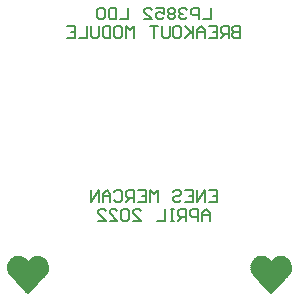
<source format=gbo>
G04*
G04 #@! TF.GenerationSoftware,Altium Limited,Altium Designer,22.3.1 (43)*
G04*
G04 Layer_Color=32896*
%FSLAX25Y25*%
%MOIN*%
G70*
G04*
G04 #@! TF.SameCoordinates,5170A01E-4387-43F3-8572-BE7CC5784F07*
G04*
G04*
G04 #@! TF.FilePolarity,Positive*
G04*
G01*
G75*
%ADD13C,0.00630*%
G36*
X25576Y5862D02*
X25684D01*
Y5754D01*
X26010D01*
Y5645D01*
X26119D01*
Y5754D01*
X26228D01*
Y5645D01*
X26337D01*
Y5536D01*
X26445D01*
Y5428D01*
X26554D01*
Y5319D01*
X26880D01*
Y5210D01*
X26989D01*
Y5102D01*
X27097D01*
Y4993D01*
X27206D01*
Y4884D01*
X27314D01*
Y4776D01*
X27423D01*
Y4667D01*
X27532D01*
Y4558D01*
X27641D01*
Y4450D01*
X27749D01*
Y4341D01*
Y4232D01*
X27966D01*
Y4124D01*
X27858D01*
Y4015D01*
X27966D01*
Y3906D01*
X28075D01*
Y3798D01*
X28184D01*
Y3689D01*
Y3580D01*
Y3472D01*
X28293D01*
Y3363D01*
Y3254D01*
Y3146D01*
X28401D01*
Y3037D01*
X28293D01*
Y2928D01*
X28401D01*
Y2820D01*
Y2711D01*
Y2602D01*
X28510D01*
Y2494D01*
X28401D01*
Y2385D01*
X28510D01*
Y2276D01*
Y2168D01*
Y2059D01*
Y1950D01*
Y1842D01*
Y1733D01*
Y1624D01*
Y1516D01*
Y1407D01*
X28401D01*
Y1298D01*
X28510D01*
Y1190D01*
X28401D01*
Y1081D01*
Y972D01*
Y864D01*
X28293D01*
Y755D01*
X28401D01*
Y646D01*
X28293D01*
Y538D01*
X28184D01*
Y429D01*
Y320D01*
Y212D01*
X28075D01*
Y103D01*
Y-6D01*
X27966D01*
Y-114D01*
Y-223D01*
X27858D01*
Y-332D01*
X27749D01*
Y-440D01*
X27641D01*
Y-549D01*
Y-658D01*
X27532D01*
Y-766D01*
Y-875D01*
X27314D01*
Y-984D01*
Y-1092D01*
X27206D01*
Y-1201D01*
X27097D01*
Y-1310D01*
X26989D01*
Y-1418D01*
X26880D01*
Y-1527D01*
X26771D01*
Y-1636D01*
X26662D01*
Y-1744D01*
X26554D01*
Y-1853D01*
X26445D01*
Y-1962D01*
X26337D01*
Y-2070D01*
X26228D01*
Y-2179D01*
X26119D01*
Y-2288D01*
X26010D01*
Y-2396D01*
X25902D01*
Y-2505D01*
X25793D01*
Y-2614D01*
X25684D01*
Y-2722D01*
X25576D01*
Y-2831D01*
X25467D01*
Y-2940D01*
X25358D01*
Y-3048D01*
X25250D01*
Y-3157D01*
Y-3266D01*
X25032D01*
Y-3374D01*
Y-3483D01*
X24815D01*
Y-3592D01*
Y-3700D01*
X24706D01*
Y-3809D01*
X24598D01*
Y-3918D01*
X24489D01*
Y-4026D01*
Y-4135D01*
X24272D01*
Y-4244D01*
Y-4352D01*
X24054D01*
Y-4461D01*
Y-4570D01*
X23946D01*
Y-4678D01*
X23837D01*
Y-4787D01*
X23729D01*
Y-4896D01*
X23620D01*
Y-5004D01*
X23511D01*
Y-5113D01*
X23403D01*
Y-5222D01*
X23294D01*
Y-5330D01*
X23185D01*
Y-5439D01*
X23076D01*
Y-5548D01*
X22968D01*
Y-5656D01*
X22859D01*
Y-5765D01*
X22750D01*
Y-5874D01*
X22642D01*
Y-5982D01*
X22533D01*
Y-6091D01*
X22424D01*
Y-6200D01*
X22316D01*
Y-6308D01*
X22207D01*
Y-6417D01*
X22098D01*
Y-6526D01*
X21990D01*
Y-6634D01*
X21881D01*
Y-6743D01*
X21772D01*
Y-6852D01*
X21664D01*
Y-6960D01*
X21555D01*
Y-7069D01*
X21447D01*
Y-6960D01*
X21338D01*
Y-6852D01*
X21229D01*
Y-6743D01*
X21121D01*
Y-6634D01*
X21229D01*
Y-6526D01*
X20903D01*
Y-6417D01*
Y-6308D01*
X20686D01*
Y-6200D01*
X20795D01*
Y-6091D01*
X20469D01*
Y-5982D01*
X20577D01*
Y-5874D01*
X20251D01*
Y-5765D01*
X20360D01*
Y-5656D01*
X20142D01*
Y-5548D01*
Y-5439D01*
X19925D01*
Y-5330D01*
Y-5222D01*
X19816D01*
Y-5113D01*
X19708D01*
Y-5004D01*
X19599D01*
Y-4896D01*
X19490D01*
Y-4787D01*
X19382D01*
Y-4678D01*
X19273D01*
Y-4570D01*
X19164D01*
Y-4461D01*
X19056D01*
Y-4352D01*
X18947D01*
Y-4244D01*
X18838D01*
Y-4135D01*
X18730D01*
Y-4026D01*
X18621D01*
Y-3918D01*
X18512D01*
Y-3809D01*
X18404D01*
Y-3700D01*
X18295D01*
Y-3592D01*
X18186D01*
Y-3483D01*
X18078D01*
Y-3374D01*
X17969D01*
Y-3266D01*
X17861D01*
Y-3157D01*
Y-3048D01*
X17643D01*
Y-2940D01*
Y-2831D01*
X17426D01*
Y-2722D01*
Y-2614D01*
X17317D01*
Y-2505D01*
X17209D01*
Y-2396D01*
X17100D01*
Y-2288D01*
X16991D01*
Y-2179D01*
X16883D01*
Y-2070D01*
Y-1962D01*
X16665D01*
Y-1853D01*
Y-1744D01*
X16556D01*
Y-1636D01*
X16448D01*
Y-1527D01*
X16339D01*
Y-1418D01*
X16230D01*
Y-1310D01*
X16122D01*
Y-1201D01*
X16013D01*
Y-1092D01*
X15904D01*
Y-984D01*
X15796D01*
Y-875D01*
X15687D01*
Y-766D01*
X15578D01*
Y-658D01*
X15470D01*
Y-549D01*
X15361D01*
Y-440D01*
X15252D01*
Y-332D01*
X15361D01*
Y-223D01*
X15144D01*
Y-114D01*
Y-6D01*
X15035D01*
Y103D01*
Y212D01*
Y320D01*
X14927D01*
Y429D01*
X14818D01*
Y538D01*
X14927D01*
Y646D01*
X14818D01*
Y755D01*
Y864D01*
Y972D01*
X14709D01*
Y1081D01*
X14601D01*
Y1190D01*
X14709D01*
Y1298D01*
X14601D01*
Y1407D01*
X14709D01*
Y1516D01*
X14601D01*
Y1624D01*
X14709D01*
Y1733D01*
X14601D01*
Y1842D01*
Y1950D01*
Y2059D01*
X14709D01*
Y2168D01*
X14601D01*
Y2276D01*
X14709D01*
Y2385D01*
X14601D01*
Y2494D01*
X14709D01*
Y2602D01*
X14601D01*
Y2711D01*
X14709D01*
Y2820D01*
Y2928D01*
Y3037D01*
X14818D01*
Y3146D01*
Y3254D01*
Y3363D01*
X14927D01*
Y3472D01*
Y3580D01*
Y3689D01*
X15035D01*
Y3798D01*
X15144D01*
Y3906D01*
Y4015D01*
Y4124D01*
X15252D01*
Y4232D01*
X15361D01*
Y4341D01*
X15470D01*
Y4450D01*
X15578D01*
Y4558D01*
X15470D01*
Y4667D01*
X15687D01*
Y4776D01*
Y4884D01*
X15904D01*
Y4993D01*
Y5102D01*
X16230D01*
Y5210D01*
Y5319D01*
X16448D01*
Y5428D01*
X16556D01*
Y5536D01*
X16883D01*
Y5645D01*
X16991D01*
Y5754D01*
X17317D01*
Y5862D01*
X17426D01*
Y5754D01*
X17535D01*
Y5862D01*
X17643D01*
Y5971D01*
X17752D01*
Y5862D01*
X17861D01*
Y5971D01*
X17969D01*
Y5862D01*
X18078D01*
Y5971D01*
X18621D01*
Y5862D01*
X18730D01*
Y5971D01*
X18838D01*
Y5862D01*
X18947D01*
Y5971D01*
X19056D01*
Y5862D01*
X19164D01*
Y5754D01*
X19273D01*
Y5862D01*
X19382D01*
Y5754D01*
X19708D01*
Y5645D01*
X19816D01*
Y5536D01*
X20142D01*
Y5428D01*
X20251D01*
Y5319D01*
X20577D01*
Y5210D01*
Y5102D01*
X20795D01*
Y4993D01*
X20903D01*
Y4884D01*
X21012D01*
Y4776D01*
X21121D01*
Y4667D01*
X21229D01*
Y4558D01*
X21338D01*
Y4450D01*
X21447D01*
Y4341D01*
X21555D01*
Y4232D01*
X21664D01*
Y4341D01*
X21772D01*
Y4450D01*
X21881D01*
Y4558D01*
X21990D01*
Y4667D01*
X22098D01*
Y4776D01*
X22207D01*
Y4884D01*
X22316D01*
Y4993D01*
X22424D01*
Y5102D01*
X22533D01*
Y5210D01*
X22642D01*
Y5319D01*
X22859D01*
Y5428D01*
Y5536D01*
X22968D01*
Y5428D01*
X23076D01*
Y5536D01*
X23185D01*
Y5645D01*
X23511D01*
Y5754D01*
X23837D01*
Y5862D01*
X24163D01*
Y5971D01*
X24272D01*
Y5862D01*
X24381D01*
Y5971D01*
X24489D01*
Y5862D01*
X24598D01*
Y5971D01*
X24924D01*
Y5862D01*
X25032D01*
Y5971D01*
X25141D01*
Y5862D01*
X25250D01*
Y5971D01*
X25358D01*
Y5862D01*
X25467D01*
Y5971D01*
X25576D01*
Y5862D01*
D02*
G37*
G36*
X106626D02*
X106735D01*
Y5754D01*
X107061D01*
Y5645D01*
X107170D01*
Y5754D01*
X107278D01*
Y5645D01*
X107387D01*
Y5536D01*
X107496D01*
Y5428D01*
X107604D01*
Y5319D01*
X107930D01*
Y5210D01*
X108039D01*
Y5102D01*
X108148D01*
Y4993D01*
X108256D01*
Y4884D01*
X108365D01*
Y4776D01*
X108474D01*
Y4667D01*
X108582D01*
Y4558D01*
X108691D01*
Y4450D01*
X108800D01*
Y4341D01*
Y4232D01*
X109017D01*
Y4124D01*
X108908D01*
Y4015D01*
X109017D01*
Y3906D01*
X109126D01*
Y3798D01*
X109234D01*
Y3689D01*
Y3580D01*
Y3472D01*
X109343D01*
Y3363D01*
Y3254D01*
Y3146D01*
X109452D01*
Y3037D01*
X109343D01*
Y2928D01*
X109452D01*
Y2820D01*
Y2711D01*
Y2602D01*
X109560D01*
Y2494D01*
X109452D01*
Y2385D01*
X109560D01*
Y2276D01*
Y2168D01*
Y2059D01*
Y1950D01*
Y1842D01*
Y1733D01*
Y1624D01*
Y1516D01*
Y1407D01*
X109452D01*
Y1298D01*
X109560D01*
Y1190D01*
X109452D01*
Y1081D01*
Y972D01*
Y864D01*
X109343D01*
Y755D01*
X109452D01*
Y646D01*
X109343D01*
Y538D01*
X109234D01*
Y429D01*
Y320D01*
Y212D01*
X109126D01*
Y103D01*
Y-6D01*
X109017D01*
Y-114D01*
Y-223D01*
X108908D01*
Y-332D01*
X108800D01*
Y-440D01*
X108691D01*
Y-549D01*
Y-658D01*
X108582D01*
Y-766D01*
Y-875D01*
X108365D01*
Y-984D01*
Y-1092D01*
X108256D01*
Y-1201D01*
X108148D01*
Y-1310D01*
X108039D01*
Y-1418D01*
X107930D01*
Y-1527D01*
X107822D01*
Y-1636D01*
X107713D01*
Y-1744D01*
X107604D01*
Y-1853D01*
X107496D01*
Y-1962D01*
X107387D01*
Y-2070D01*
X107278D01*
Y-2179D01*
X107170D01*
Y-2288D01*
X107061D01*
Y-2396D01*
X106952D01*
Y-2505D01*
X106844D01*
Y-2614D01*
X106735D01*
Y-2722D01*
X106626D01*
Y-2831D01*
X106518D01*
Y-2940D01*
X106409D01*
Y-3048D01*
X106300D01*
Y-3157D01*
Y-3266D01*
X106083D01*
Y-3374D01*
Y-3483D01*
X105866D01*
Y-3592D01*
Y-3700D01*
X105757D01*
Y-3809D01*
X105648D01*
Y-3918D01*
X105540D01*
Y-4026D01*
Y-4135D01*
X105322D01*
Y-4244D01*
Y-4352D01*
X105105D01*
Y-4461D01*
Y-4570D01*
X104996D01*
Y-4678D01*
X104888D01*
Y-4787D01*
X104779D01*
Y-4896D01*
X104670D01*
Y-5004D01*
X104562D01*
Y-5113D01*
X104453D01*
Y-5222D01*
X104344D01*
Y-5330D01*
X104236D01*
Y-5439D01*
X104127D01*
Y-5548D01*
X104018D01*
Y-5656D01*
X103910D01*
Y-5765D01*
X103801D01*
Y-5874D01*
X103692D01*
Y-5982D01*
X103584D01*
Y-6091D01*
X103475D01*
Y-6200D01*
X103366D01*
Y-6308D01*
X103258D01*
Y-6417D01*
X103149D01*
Y-6526D01*
X103040D01*
Y-6634D01*
X102932D01*
Y-6743D01*
X102823D01*
Y-6852D01*
X102714D01*
Y-6960D01*
X102606D01*
Y-7069D01*
X102497D01*
Y-6960D01*
X102388D01*
Y-6852D01*
X102280D01*
Y-6743D01*
X102171D01*
Y-6634D01*
X102280D01*
Y-6526D01*
X101954D01*
Y-6417D01*
Y-6308D01*
X101736D01*
Y-6200D01*
X101845D01*
Y-6091D01*
X101519D01*
Y-5982D01*
X101628D01*
Y-5874D01*
X101302D01*
Y-5765D01*
X101410D01*
Y-5656D01*
X101193D01*
Y-5548D01*
Y-5439D01*
X100976D01*
Y-5330D01*
Y-5222D01*
X100867D01*
Y-5113D01*
X100758D01*
Y-5004D01*
X100650D01*
Y-4896D01*
X100541D01*
Y-4787D01*
X100432D01*
Y-4678D01*
X100324D01*
Y-4570D01*
X100215D01*
Y-4461D01*
X100106D01*
Y-4352D01*
X99998D01*
Y-4244D01*
X99889D01*
Y-4135D01*
X99780D01*
Y-4026D01*
X99672D01*
Y-3918D01*
X99563D01*
Y-3809D01*
X99454D01*
Y-3700D01*
X99346D01*
Y-3592D01*
X99237D01*
Y-3483D01*
X99128D01*
Y-3374D01*
X99020D01*
Y-3266D01*
X98911D01*
Y-3157D01*
Y-3048D01*
X98694D01*
Y-2940D01*
Y-2831D01*
X98476D01*
Y-2722D01*
Y-2614D01*
X98368D01*
Y-2505D01*
X98259D01*
Y-2396D01*
X98150D01*
Y-2288D01*
X98042D01*
Y-2179D01*
X97933D01*
Y-2070D01*
Y-1962D01*
X97716D01*
Y-1853D01*
Y-1744D01*
X97607D01*
Y-1636D01*
X97498D01*
Y-1527D01*
X97390D01*
Y-1418D01*
X97281D01*
Y-1310D01*
X97172D01*
Y-1201D01*
X97064D01*
Y-1092D01*
X96955D01*
Y-984D01*
X96846D01*
Y-875D01*
X96738D01*
Y-766D01*
X96629D01*
Y-658D01*
X96520D01*
Y-549D01*
X96412D01*
Y-440D01*
X96303D01*
Y-332D01*
X96412D01*
Y-223D01*
X96194D01*
Y-114D01*
Y-6D01*
X96086D01*
Y103D01*
Y212D01*
Y320D01*
X95977D01*
Y429D01*
X95868D01*
Y538D01*
X95977D01*
Y646D01*
X95868D01*
Y755D01*
Y864D01*
Y972D01*
X95760D01*
Y1081D01*
X95651D01*
Y1190D01*
X95760D01*
Y1298D01*
X95651D01*
Y1407D01*
X95760D01*
Y1516D01*
X95651D01*
Y1624D01*
X95760D01*
Y1733D01*
X95651D01*
Y1842D01*
Y1950D01*
Y2059D01*
X95760D01*
Y2168D01*
X95651D01*
Y2276D01*
X95760D01*
Y2385D01*
X95651D01*
Y2494D01*
X95760D01*
Y2602D01*
X95651D01*
Y2711D01*
X95760D01*
Y2820D01*
Y2928D01*
Y3037D01*
X95868D01*
Y3146D01*
Y3254D01*
Y3363D01*
X95977D01*
Y3472D01*
Y3580D01*
Y3689D01*
X96086D01*
Y3798D01*
X96194D01*
Y3906D01*
Y4015D01*
Y4124D01*
X96303D01*
Y4232D01*
X96412D01*
Y4341D01*
X96520D01*
Y4450D01*
X96629D01*
Y4558D01*
X96520D01*
Y4667D01*
X96738D01*
Y4776D01*
Y4884D01*
X96955D01*
Y4993D01*
Y5102D01*
X97281D01*
Y5210D01*
Y5319D01*
X97498D01*
Y5428D01*
X97607D01*
Y5536D01*
X97933D01*
Y5645D01*
X98042D01*
Y5754D01*
X98368D01*
Y5862D01*
X98476D01*
Y5754D01*
X98585D01*
Y5862D01*
X98694D01*
Y5971D01*
X98802D01*
Y5862D01*
X98911D01*
Y5971D01*
X99020D01*
Y5862D01*
X99128D01*
Y5971D01*
X99672D01*
Y5862D01*
X99780D01*
Y5971D01*
X99889D01*
Y5862D01*
X99998D01*
Y5971D01*
X100106D01*
Y5862D01*
X100215D01*
Y5754D01*
X100324D01*
Y5862D01*
X100432D01*
Y5754D01*
X100758D01*
Y5645D01*
X100867D01*
Y5536D01*
X101193D01*
Y5428D01*
X101302D01*
Y5319D01*
X101628D01*
Y5210D01*
Y5102D01*
X101845D01*
Y4993D01*
X101954D01*
Y4884D01*
X102062D01*
Y4776D01*
X102171D01*
Y4667D01*
X102280D01*
Y4558D01*
X102388D01*
Y4450D01*
X102497D01*
Y4341D01*
X102606D01*
Y4232D01*
X102714D01*
Y4341D01*
X102823D01*
Y4450D01*
X102932D01*
Y4558D01*
X103040D01*
Y4667D01*
X103149D01*
Y4776D01*
X103258D01*
Y4884D01*
X103366D01*
Y4993D01*
X103475D01*
Y5102D01*
X103584D01*
Y5210D01*
X103692D01*
Y5319D01*
X103910D01*
Y5428D01*
Y5536D01*
X104018D01*
Y5428D01*
X104127D01*
Y5536D01*
X104236D01*
Y5645D01*
X104562D01*
Y5754D01*
X104888D01*
Y5862D01*
X105214D01*
Y5971D01*
X105322D01*
Y5862D01*
X105431D01*
Y5971D01*
X105540D01*
Y5862D01*
X105648D01*
Y5971D01*
X105974D01*
Y5862D01*
X106083D01*
Y5971D01*
X106192D01*
Y5862D01*
X106300D01*
Y5971D01*
X106409D01*
Y5862D01*
X106518D01*
Y5971D01*
X106626D01*
Y5862D01*
D02*
G37*
D13*
X82507Y88655D02*
Y84719D01*
X79883D01*
X78571D02*
Y88655D01*
X76603D01*
X75947Y87999D01*
Y86687D01*
X76603Y86031D01*
X78571D01*
X74635Y87999D02*
X73980Y88655D01*
X72668D01*
X72012Y87999D01*
Y87343D01*
X72668Y86687D01*
X73324D01*
X72668D01*
X72012Y86031D01*
Y85375D01*
X72668Y84719D01*
X73980D01*
X74635Y85375D01*
X70700Y87999D02*
X70044Y88655D01*
X68732D01*
X68076Y87999D01*
Y87343D01*
X68732Y86687D01*
X68076Y86031D01*
Y85375D01*
X68732Y84719D01*
X70044D01*
X70700Y85375D01*
Y86031D01*
X70044Y86687D01*
X70700Y87343D01*
Y87999D01*
X70044Y86687D02*
X68732D01*
X64140Y88655D02*
X66764D01*
Y86687D01*
X65452Y87343D01*
X64796D01*
X64140Y86687D01*
Y85375D01*
X64796Y84719D01*
X66108D01*
X66764Y85375D01*
X60204Y84719D02*
X62828D01*
X60204Y87343D01*
Y87999D01*
X60860Y88655D01*
X62172D01*
X62828Y87999D01*
X54957Y88655D02*
Y84719D01*
X52333D01*
X51021Y88655D02*
Y84719D01*
X49053D01*
X48397Y85375D01*
Y87999D01*
X49053Y88655D01*
X51021D01*
X45118D02*
X46429D01*
X47085Y87999D01*
Y85375D01*
X46429Y84719D01*
X45118D01*
X44462Y85375D01*
Y87999D01*
X45118Y88655D01*
X92346Y82420D02*
Y78484D01*
X90378D01*
X89723Y79140D01*
Y79796D01*
X90378Y80452D01*
X92346D01*
X90378D01*
X89723Y81108D01*
Y81764D01*
X90378Y82420D01*
X92346D01*
X88411Y78484D02*
Y82420D01*
X86443D01*
X85787Y81764D01*
Y80452D01*
X86443Y79796D01*
X88411D01*
X87099D02*
X85787Y78484D01*
X81851Y82420D02*
X84475D01*
Y78484D01*
X81851D01*
X84475Y80452D02*
X83163D01*
X80539Y78484D02*
Y81108D01*
X79227Y82420D01*
X77915Y81108D01*
Y78484D01*
Y80452D01*
X80539D01*
X76603Y82420D02*
Y78484D01*
Y79796D01*
X73980Y82420D01*
X75947Y80452D01*
X73980Y78484D01*
X70700Y82420D02*
X72012D01*
X72668Y81764D01*
Y79140D01*
X72012Y78484D01*
X70700D01*
X70044Y79140D01*
Y81764D01*
X70700Y82420D01*
X68732D02*
Y79140D01*
X68076Y78484D01*
X66764D01*
X66108Y79140D01*
Y82420D01*
X64796D02*
X62172D01*
X63484D01*
Y78484D01*
X56925D02*
Y82420D01*
X55613Y81108D01*
X54301Y82420D01*
Y78484D01*
X51021Y82420D02*
X52333D01*
X52989Y81764D01*
Y79140D01*
X52333Y78484D01*
X51021D01*
X50365Y79140D01*
Y81764D01*
X51021Y82420D01*
X49053D02*
Y78484D01*
X47085D01*
X46429Y79140D01*
Y81764D01*
X47085Y82420D01*
X49053D01*
X45118D02*
Y79140D01*
X44462Y78484D01*
X43150D01*
X42494Y79140D01*
Y82420D01*
X41182D02*
Y78484D01*
X38558D01*
X34622Y82420D02*
X37246D01*
Y78484D01*
X34622D01*
X37246Y80452D02*
X35934D01*
X81851Y27828D02*
X84475D01*
Y23892D01*
X81851D01*
X84475Y25860D02*
X83163D01*
X80539Y23892D02*
Y27828D01*
X77915Y23892D01*
Y27828D01*
X73980D02*
X76603D01*
Y23892D01*
X73980D01*
X76603Y25860D02*
X75292D01*
X70044Y27172D02*
X70700Y27828D01*
X72012D01*
X72668Y27172D01*
Y26516D01*
X72012Y25860D01*
X70700D01*
X70044Y25204D01*
Y24548D01*
X70700Y23892D01*
X72012D01*
X72668Y24548D01*
X64796Y23892D02*
Y27828D01*
X63484Y26516D01*
X62172Y27828D01*
Y23892D01*
X58237Y27828D02*
X60860D01*
Y23892D01*
X58237D01*
X60860Y25860D02*
X59548D01*
X56925Y23892D02*
Y27828D01*
X54957D01*
X54301Y27172D01*
Y25860D01*
X54957Y25204D01*
X56925D01*
X55613D02*
X54301Y23892D01*
X50365Y27172D02*
X51021Y27828D01*
X52333D01*
X52989Y27172D01*
Y24548D01*
X52333Y23892D01*
X51021D01*
X50365Y24548D01*
X49053Y23892D02*
Y26516D01*
X47741Y27828D01*
X46429Y26516D01*
Y23892D01*
Y25860D01*
X49053D01*
X45118Y23892D02*
Y27828D01*
X42494Y23892D01*
Y27828D01*
X82179Y17658D02*
Y20281D01*
X80867Y21593D01*
X79555Y20281D01*
Y17658D01*
Y19625D01*
X82179D01*
X78243Y17658D02*
Y21593D01*
X76275D01*
X75619Y20937D01*
Y19625D01*
X76275Y18969D01*
X78243D01*
X74308Y17658D02*
Y21593D01*
X72340D01*
X71684Y20937D01*
Y19625D01*
X72340Y18969D01*
X74308D01*
X72996D02*
X71684Y17658D01*
X70372Y21593D02*
X69060D01*
X69716D01*
Y17658D01*
X70372D01*
X69060D01*
X67092Y21593D02*
Y17658D01*
X64468D01*
X56597D02*
X59220D01*
X56597Y20281D01*
Y20937D01*
X57253Y21593D01*
X58565D01*
X59220Y20937D01*
X55285D02*
X54629Y21593D01*
X53317D01*
X52661Y20937D01*
Y18313D01*
X53317Y17658D01*
X54629D01*
X55285Y18313D01*
Y20937D01*
X48725Y17658D02*
X51349D01*
X48725Y20281D01*
Y20937D01*
X49381Y21593D01*
X50693D01*
X51349Y20937D01*
X44789Y17658D02*
X47413D01*
X44789Y20281D01*
Y20937D01*
X45445Y21593D01*
X46757D01*
X47413Y20937D01*
M02*

</source>
